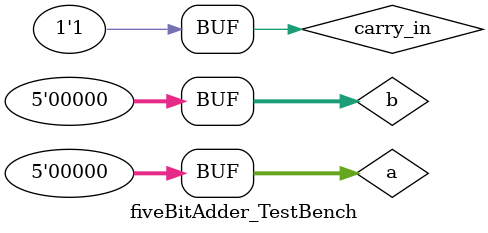
<source format=v>
`define DELAY 20
module fiveBitAdder_TestBench();
	// Declaring variables
	reg [4:0]a, b;
	reg carry_in;
	wire carry_out;
	wire [4:0]sum;
	
	// Calling module to test
	fiveBitAdder fba(sum, carry_out, a, b, carry_in);
	
	
	// Test values
	initial begin
		a = 5'b10101; b = 5'b01010; carry_in = 1'b0;
		#`DELAY;
		a = 5'b10101; b = 5'b01010; carry_in = 1'b1;
		#`DELAY;
		a = 5'b00110; b = 5'b10001; carry_in = 1'b1;
		#`DELAY;
		a = 5'b00110; b = 5'b10001; carry_in = 1'b1;
		#`DELAY;
		a = 5'b00000; b = 5'b00000; carry_in = 1'b1;
		#`DELAY;
		a = 5'b00000; b = 5'b00000; carry_in = 1'b1;
	end
	
	
	// Monitoring changes
	initial begin
		$monitor("Time=%2d, a=%5b, b=%5b, carry_in=%1b, sum=%5b, carry_out=%1b", $time, a, b, carry_in, sum, carry_out);
	end
 
endmodule
</source>
